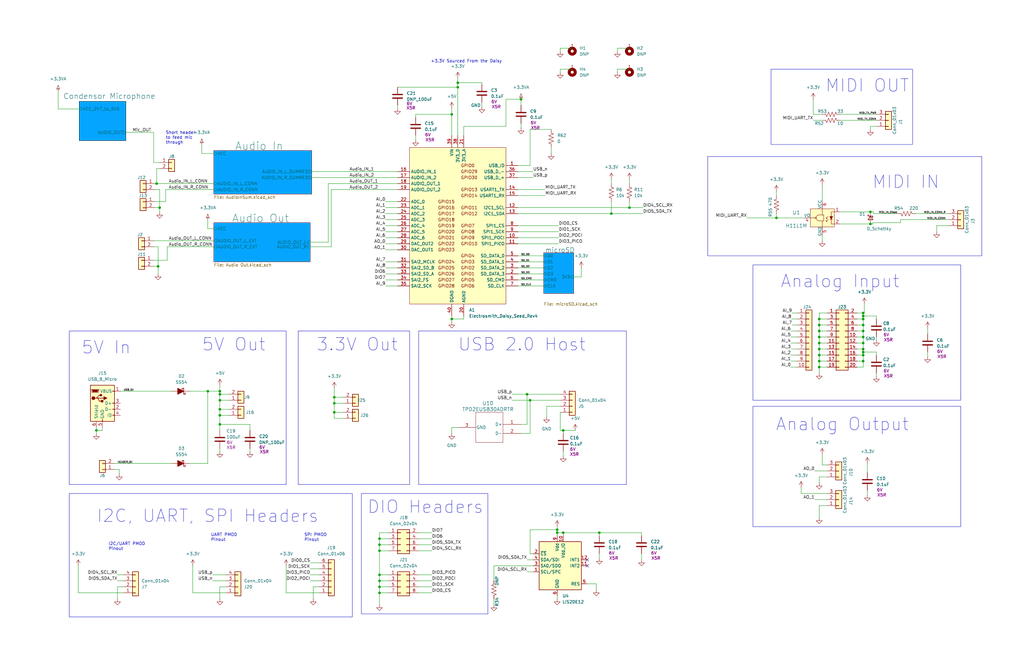
<source format=kicad_sch>
(kicad_sch (version 20230121) (generator eeschema)
  (paper "B")
  (junction (at 190.5 134.62))
  (junction (at 345.44 139.7))
  (junction (at 190.5 48.26))
  (junction (at 193.04 36.83))
  (junction (at 160.02 242.57))
  (junction (at 87.63 165.1))
  (junction (at 363.982 142.24))
  (junction (at 363.982 139.7))
  (junction (at 327.406 91.948))
  (junction (at 363.982 152.4))
  (junction (at 363.982 132.08))
  (junction (at 363.982 133.35))
  (junction (at 265.43 87.63))
  (junction (at 193.04 34.925))
  (junction (at 345.44 149.86))
  (junction (at 160.02 227.33))
  (junction (at 140.97 170.18))
  (junction (at 345.44 142.24))
  (junction (at 345.44 152.4))
  (junction (at 363.982 134.62))
  (junction (at 160.02 229.87))
  (junction (at 92.71 168.91))
  (junction (at 363.982 149.86))
  (junction (at 92.71 172.72))
  (junction (at 234.95 224.79))
  (junction (at 345.44 144.78))
  (junction (at 363.982 137.16))
  (junction (at 92.71 166.37))
  (junction (at 219.71 41.91))
  (junction (at 40.64 181.61))
  (junction (at 234.95 223.52))
  (junction (at 363.982 144.78))
  (junction (at 140.97 167.64))
  (junction (at 345.44 134.62))
  (junction (at 363.982 147.32))
  (junction (at 92.71 179.07))
  (junction (at 67.31 87.63))
  (junction (at 160.02 232.41))
  (junction (at 367.03 89.408))
  (junction (at 252.73 224.79))
  (junction (at 237.49 224.79))
  (junction (at 367.03 94.488))
  (junction (at 92.71 165.1))
  (junction (at 92.71 175.26))
  (junction (at 160.02 250.19))
  (junction (at 140.97 173.99))
  (junction (at 363.982 148.59))
  (junction (at 160.02 245.11))
  (junction (at 345.44 137.16))
  (junction (at 345.44 154.94))
  (junction (at 237.49 181.61))
  (junction (at 223.52 168.91))
  (junction (at 66.04 77.47))
  (junction (at 160.02 247.65))
  (junction (at 345.44 147.32))
  (junction (at 257.81 90.17))
  (junction (at 222.25 166.37))
  (junction (at 66.675 112.395))
  (no_connect (at 247.65 238.76))
  (no_connect (at 247.65 236.22))
  (wire (pts (xy 92.71 175.26) (xy 92.71 179.07)))
  (wire (pts (xy 242.57 181.61) (xy 237.49 181.61)))
  (wire (pts (xy 65.405 80.01) (xy 67.31 80.01)))
  (wire (pts (xy 218.44 113.03) (xy 229.235 113.03)))
  (wire (pts (xy 345.44 213.36) (xy 348.615 213.36)))
  (wire (pts (xy 95.25 247.65) (xy 92.71 247.65)))
  (wire (pts (xy 270.51 226.06) (xy 270.51 224.79)))
  (wire (pts (xy 224.79 238.76) (xy 208.28 238.76)))
  (wire (pts (xy 218.44 95.25) (xy 235.585 95.25)))
  (wire (pts (xy 336.042 139.7) (xy 333.502 139.7)))
  (wire (pts (xy 223.52 69.85) (xy 218.44 69.85)))
  (wire (pts (xy 92.71 190.5) (xy 92.71 189.23)))
  (wire (pts (xy 175.26 57.15) (xy 175.26 59.055)))
  (wire (pts (xy 162.56 110.49) (xy 167.64 110.49)))
  (wire (pts (xy 363.982 137.16) (xy 363.982 134.62)))
  (wire (pts (xy 260.35 20.32) (xy 265.43 20.32)))
  (wire (pts (xy 346.71 191.77) (xy 346.71 196.215)))
  (wire (pts (xy 176.53 224.79) (xy 182.118 224.79)))
  (wire (pts (xy 363.982 144.78) (xy 361.442 144.78)))
  (wire (pts (xy 80.01 165.1) (xy 87.63 165.1)))
  (wire (pts (xy 345.44 144.78) (xy 345.44 147.32)))
  (wire (pts (xy 363.982 152.4) (xy 363.982 149.86)))
  (wire (pts (xy 345.44 142.24) (xy 345.44 144.78)))
  (wire (pts (xy 364.49 132.08) (xy 363.982 132.08)))
  (wire (pts (xy 208.28 238.76) (xy 208.28 245.11)))
  (wire (pts (xy 369.57 157.48) (xy 369.57 158.75)))
  (wire (pts (xy 162.56 102.87) (xy 167.64 102.87)))
  (wire (pts (xy 363.982 152.4) (xy 361.442 152.4)))
  (wire (pts (xy 265.43 75.565) (xy 265.43 77.47)))
  (wire (pts (xy 369.57 134.62) (xy 369.57 133.35)))
  (wire (pts (xy 67.31 71.12) (xy 66.04 71.12)))
  (wire (pts (xy 348.742 132.08) (xy 345.44 132.08)))
  (wire (pts (xy 195.58 133.35) (xy 195.58 134.62)))
  (wire (pts (xy 363.982 142.24) (xy 363.982 139.7)))
  (wire (pts (xy 391.16 148.59) (xy 391.16 150.495)))
  (wire (pts (xy 162.56 90.17) (xy 167.64 90.17)))
  (wire (pts (xy 175.26 48.26) (xy 190.5 48.26)))
  (wire (pts (xy 96.52 175.26) (xy 92.71 175.26)))
  (wire (pts (xy 336.042 132.08) (xy 334.01 132.08)))
  (wire (pts (xy 400.05 90.17) (xy 386.08 90.17)))
  (wire (pts (xy 162.56 105.41) (xy 167.64 105.41)))
  (wire (pts (xy 379.73 93.98) (xy 368.046 93.98)))
  (wire (pts (xy 222.25 241.3) (xy 224.79 241.3)))
  (wire (pts (xy 132.08 247.65) (xy 132.08 252.73)))
  (wire (pts (xy 162.56 87.63) (xy 167.64 87.63)))
  (wire (pts (xy 391.16 138.43) (xy 391.16 140.97)))
  (wire (pts (xy 193.04 34.925) (xy 193.04 36.83)))
  (wire (pts (xy 64.77 101.6) (xy 90.17 101.6)))
  (wire (pts (xy 236.22 21.59) (xy 236.22 20.32)))
  (wire (pts (xy 367.03 89.408) (xy 354.33 89.408)))
  (wire (pts (xy 260.35 21.59) (xy 260.35 20.32)))
  (wire (pts (xy 368.3 89.408) (xy 367.03 89.408)))
  (wire (pts (xy 327.406 91.948) (xy 314.96 91.948)))
  (wire (pts (xy 160.02 227.33) (xy 163.83 227.33)))
  (wire (pts (xy 345.44 134.62) (xy 348.742 134.62)))
  (wire (pts (xy 176.53 247.65) (xy 182.118 247.65)))
  (wire (pts (xy 160.02 255.143) (xy 160.02 250.19)))
  (wire (pts (xy 144.78 176.53) (xy 140.97 176.53)))
  (wire (pts (xy 49.53 245.11) (xy 52.07 245.11)))
  (wire (pts (xy 345.44 218.44) (xy 345.44 213.36)))
  (wire (pts (xy 378.46 90.17) (xy 368.3 90.17)))
  (wire (pts (xy 176.53 242.57) (xy 182.118 242.57)))
  (wire (pts (xy 345.44 147.32) (xy 345.44 149.86)))
  (wire (pts (xy 50.8 165.1) (xy 72.39 165.1)))
  (wire (pts (xy 67.31 87.63) (xy 67.31 89.535)))
  (wire (pts (xy 327.406 90.17) (xy 327.406 91.948)))
  (wire (pts (xy 176.53 229.87) (xy 182.118 229.87)))
  (wire (pts (xy 223.52 54.61) (xy 223.52 69.85)))
  (wire (pts (xy 247.65 246.38) (xy 251.46 246.38)))
  (wire (pts (xy 361.442 139.7) (xy 363.982 139.7)))
  (wire (pts (xy 224.79 74.93) (xy 218.44 74.93)))
  (wire (pts (xy 327.406 80.772) (xy 327.406 82.55)))
  (wire (pts (xy 363.982 149.86) (xy 363.982 148.59)))
  (wire (pts (xy 345.44 142.24) (xy 348.742 142.24)))
  (wire (pts (xy 160.02 245.11) (xy 160.02 247.65)))
  (wire (pts (xy 237.49 226.06) (xy 237.49 224.79)))
  (wire (pts (xy 218.44 80.01) (xy 229.87 80.01)))
  (wire (pts (xy 138.43 102.235) (xy 130.81 102.235)))
  (wire (pts (xy 162.56 120.65) (xy 167.64 120.65)))
  (wire (pts (xy 218.44 115.57) (xy 229.235 115.57)))
  (wire (pts (xy 134.62 242.57) (xy 130.81 242.57)))
  (wire (pts (xy 367.03 94.488) (xy 354.33 94.488)))
  (wire (pts (xy 223.52 168.91) (xy 236.22 168.91)))
  (wire (pts (xy 236.22 20.32) (xy 241.3 20.32)))
  (wire (pts (xy 80.01 195.58) (xy 87.63 195.58)))
  (wire (pts (xy 368.046 93.98) (xy 368.046 94.488)))
  (wire (pts (xy 363.982 148.59) (xy 363.982 147.32)))
  (wire (pts (xy 346.71 101.6) (xy 346.71 99.568)))
  (wire (pts (xy 43.18 180.34) (xy 43.18 181.61)))
  (wire (pts (xy 64.77 55.88) (xy 64.77 68.58)))
  (wire (pts (xy 70.485 109.855) (xy 64.77 109.855)))
  (wire (pts (xy 215.9 168.91) (xy 223.52 168.91)))
  (wire (pts (xy 369.57 53.34) (xy 367.03 53.34)))
  (wire (pts (xy 87.63 96.52) (xy 90.17 96.52)))
  (wire (pts (xy 363.982 139.7) (xy 363.982 137.16)))
  (wire (pts (xy 193.04 36.83) (xy 193.04 57.15)))
  (wire (pts (xy 219.71 41.91) (xy 219.71 44.45)))
  (wire (pts (xy 237.49 224.79) (xy 252.73 224.79)))
  (wire (pts (xy 144.78 170.18) (xy 140.97 170.18)))
  (wire (pts (xy 260.35 29.21) (xy 265.43 29.21)))
  (wire (pts (xy 160.02 229.87) (xy 163.83 229.87)))
  (wire (pts (xy 140.97 163.83) (xy 140.97 167.64)))
  (wire (pts (xy 365.76 195.58) (xy 365.76 199.39)))
  (wire (pts (xy 345.44 134.62) (xy 345.44 137.16)))
  (wire (pts (xy 203.2 43.18) (xy 203.2 45.085)))
  (wire (pts (xy 219.71 182.88) (xy 223.52 182.88)))
  (wire (pts (xy 96.52 168.91) (xy 92.71 168.91)))
  (wire (pts (xy 131.445 72.39) (xy 167.64 72.39)))
  (wire (pts (xy 40.64 182.88) (xy 40.64 181.61)))
  (wire (pts (xy 160.02 232.41) (xy 160.02 242.57)))
  (wire (pts (xy 92.71 175.26) (xy 92.71 172.72)))
  (wire (pts (xy 234.95 222.25) (xy 234.95 223.52)))
  (wire (pts (xy 160.02 247.65) (xy 163.83 247.65)))
  (wire (pts (xy 139.7 80.01) (xy 167.64 80.01)))
  (wire (pts (xy 361.442 134.62) (xy 363.982 134.62)))
  (wire (pts (xy 85.09 64.77) (xy 90.17 64.77)))
  (wire (pts (xy 134.62 237.49) (xy 130.81 237.49)))
  (wire (pts (xy 33.02 250.19) (xy 52.07 250.19)))
  (wire (pts (xy 237.49 190.5) (xy 237.49 192.405)))
  (wire (pts (xy 139.7 104.14) (xy 130.81 104.14)))
  (wire (pts (xy 190.5 180.34) (xy 190.5 182.88)))
  (wire (pts (xy 218.44 72.39) (xy 224.79 72.39)))
  (wire (pts (xy 234.95 224.79) (xy 234.95 226.06)))
  (wire (pts (xy 162.56 95.25) (xy 167.64 95.25)))
  (wire (pts (xy 241.935 116.84) (xy 245.11 116.84)))
  (wire (pts (xy 345.44 149.86) (xy 345.44 152.4)))
  (wire (pts (xy 160.02 229.87) (xy 160.02 232.41)))
  (wire (pts (xy 236.22 181.61) (xy 236.22 173.99)))
  (wire (pts (xy 222.25 179.07) (xy 222.25 166.37)))
  (wire (pts (xy 343.535 198.755) (xy 348.615 198.755)))
  (wire (pts (xy 345.44 152.4) (xy 348.742 152.4)))
  (wire (pts (xy 195.58 53.34) (xy 195.58 57.15)))
  (wire (pts (xy 363.982 144.78) (xy 363.982 142.24)))
  (wire (pts (xy 195.58 134.62) (xy 190.5 134.62)))
  (wire (pts (xy 339.09 91.948) (xy 327.406 91.948)))
  (wire (pts (xy 251.46 246.38) (xy 251.46 248.92)))
  (wire (pts (xy 363.982 154.94) (xy 363.982 152.4)))
  (wire (pts (xy 394.97 95.25) (xy 394.97 97.79)))
  (wire (pts (xy 67.31 87.63) (xy 65.405 87.63)))
  (wire (pts (xy 361.442 137.16) (xy 363.982 137.16)))
  (wire (pts (xy 379.73 92.71) (xy 379.73 93.98)))
  (wire (pts (xy 336.042 144.78) (xy 333.502 144.78)))
  (wire (pts (xy 162.56 85.09) (xy 167.64 85.09)))
  (wire (pts (xy 176.53 250.19) (xy 182.118 250.19)))
  (wire (pts (xy 345.44 139.7) (xy 348.742 139.7)))
  (wire (pts (xy 66.04 71.12) (xy 66.04 77.47)))
  (wire (pts (xy 365.76 207.01) (xy 365.76 208.915)))
  (wire (pts (xy 218.44 107.95) (xy 229.235 107.95)))
  (wire (pts (xy 92.71 179.07) (xy 92.71 181.61)))
  (wire (pts (xy 337.82 205.74) (xy 337.82 208.28)))
  (wire (pts (xy 190.5 134.62) (xy 190.5 135.89)))
  (wire (pts (xy 69.85 85.09) (xy 69.85 80.01)))
  (wire (pts (xy 257.81 75.565) (xy 257.81 77.47)))
  (wire (pts (xy 363.982 134.62) (xy 363.982 133.35)))
  (wire (pts (xy 92.71 247.65) (xy 92.71 252.73)))
  (wire (pts (xy 213.36 41.91) (xy 213.36 53.34)))
  (wire (pts (xy 92.71 168.91) (xy 92.71 172.72)))
  (wire (pts (xy 337.82 208.28) (xy 348.615 208.28)))
  (wire (pts (xy 138.43 77.47) (xy 167.64 77.47)))
  (wire (pts (xy 96.52 166.37) (xy 92.71 166.37)))
  (wire (pts (xy 252.73 226.06) (xy 252.73 224.79)))
  (wire (pts (xy 120.65 250.19) (xy 134.62 250.19)))
  (wire (pts (xy 49.53 247.65) (xy 49.53 252.73)))
  (wire (pts (xy 92.71 162.56) (xy 92.71 165.1)))
  (wire (pts (xy 49.53 242.57) (xy 52.07 242.57)))
  (wire (pts (xy 160.02 247.65) (xy 160.02 250.19)))
  (wire (pts (xy 81.28 250.19) (xy 95.25 250.19)))
  (wire (pts (xy 346.71 196.215) (xy 348.615 196.215)))
  (wire (pts (xy 236.22 29.21) (xy 241.3 29.21)))
  (wire (pts (xy 160.02 224.79) (xy 160.02 227.33)))
  (wire (pts (xy 66.675 115.57) (xy 66.675 112.395)))
  (wire (pts (xy 66.675 112.395) (xy 64.77 112.395)))
  (wire (pts (xy 40.64 181.61) (xy 40.64 180.34)))
  (wire (pts (xy 134.62 245.11) (xy 130.81 245.11)))
  (wire (pts (xy 105.41 190.5) (xy 105.41 189.23)))
  (wire (pts (xy 363.982 132.08) (xy 361.442 132.08)))
  (wire (pts (xy 87.63 165.1) (xy 87.63 195.58)))
  (wire (pts (xy 218.44 120.65) (xy 229.235 120.65)))
  (wire (pts (xy 363.982 147.32) (xy 363.982 144.78)))
  (wire (pts (xy 222.25 166.37) (xy 236.22 166.37)))
  (wire (pts (xy 140.97 167.64) (xy 140.97 170.18)))
  (wire (pts (xy 215.9 166.37) (xy 222.25 166.37)))
  (wire (pts (xy 234.95 252.73) (xy 234.95 251.46)))
  (wire (pts (xy 219.71 179.07) (xy 222.25 179.07)))
  (wire (pts (xy 218.44 100.33) (xy 235.585 100.33)))
  (wire (pts (xy 190.5 48.26) (xy 190.5 57.15)))
  (wire (pts (xy 160.02 250.19) (xy 163.83 250.19)))
  (wire (pts (xy 336.042 142.24) (xy 333.502 142.24)))
  (wire (pts (xy 208.28 252.73) (xy 208.28 255.27)))
  (wire (pts (xy 336.042 149.86) (xy 333.502 149.86)))
  (wire (pts (xy 363.982 147.32) (xy 361.442 147.32)))
  (wire (pts (xy 342.9 41.91) (xy 342.9 48.26)))
  (wire (pts (xy 343.535 210.82) (xy 348.615 210.82)))
  (wire (pts (xy 345.44 201.295) (xy 348.615 201.295)))
  (wire (pts (xy 237.49 224.79) (xy 234.95 224.79)))
  (wire (pts (xy 24.511 45.974) (xy 24.511 38.354)))
  (wire (pts (xy 139.7 80.01) (xy 139.7 104.14)))
  (wire (pts (xy 92.71 165.1) (xy 92.71 166.37)))
  (wire (pts (xy 96.52 172.72) (xy 92.71 172.72)))
  (wire (pts (xy 232.41 62.23) (xy 232.41 64.77)))
  (wire (pts (xy 65.405 85.09) (xy 69.85 85.09)))
  (wire (pts (xy 144.78 173.99) (xy 140.97 173.99)))
  (wire (pts (xy 160.02 242.57) (xy 163.83 242.57)))
  (wire (pts (xy 336.042 147.32) (xy 333.502 147.32)))
  (wire (pts (xy 336.042 154.94) (xy 333.502 154.94)))
  (wire (pts (xy 66.04 77.47) (xy 90.17 77.47)))
  (wire (pts (xy 369.57 149.86) (xy 369.57 148.59)))
  (wire (pts (xy 361.442 142.24) (xy 363.982 142.24)))
  (wire (pts (xy 223.52 233.68) (xy 223.52 223.52)))
  (wire (pts (xy 252.73 224.79) (xy 270.51 224.79)))
  (wire (pts (xy 336.042 137.16) (xy 334.01 137.16)))
  (wire (pts (xy 260.35 30.48) (xy 260.35 29.21)))
  (wire (pts (xy 43.18 181.61) (xy 40.64 181.61)))
  (wire (pts (xy 218.44 97.79) (xy 235.585 97.79)))
  (wire (pts (xy 219.71 52.07) (xy 219.71 53.975)))
  (wire (pts (xy 232.41 54.61) (xy 223.52 54.61)))
  (wire (pts (xy 162.56 118.11) (xy 167.64 118.11)))
  (wire (pts (xy 64.77 104.14) (xy 66.675 104.14)))
  (wire (pts (xy 131.445 74.93) (xy 167.64 74.93)))
  (wire (pts (xy 369.57 148.59) (xy 363.982 148.59)))
  (wire (pts (xy 167.64 45.72) (xy 167.64 44.45)))
  (wire (pts (xy 87.63 92.71) (xy 87.63 96.52)))
  (wire (pts (xy 160.02 245.11) (xy 163.83 245.11)))
  (wire (pts (xy 167.64 36.83) (xy 193.04 36.83)))
  (wire (pts (xy 224.79 233.68) (xy 223.52 233.68)))
  (wire (pts (xy 270.51 233.68) (xy 270.51 236.22)))
  (wire (pts (xy 33.401 45.974) (xy 24.511 45.974)))
  (wire (pts (xy 265.43 85.09) (xy 265.43 87.63)))
  (wire (pts (xy 222.25 236.22) (xy 224.79 236.22)))
  (wire (pts (xy 345.44 147.32) (xy 348.742 147.32)))
  (wire (pts (xy 223.52 182.88) (xy 223.52 168.91)))
  (wire (pts (xy 140.97 170.18) (xy 140.97 173.99)))
  (wire (pts (xy 48.26 195.58) (xy 72.39 195.58)))
  (wire (pts (xy 176.53 232.41) (xy 182.118 232.41)))
  (wire (pts (xy 105.41 181.61) (xy 105.41 179.07)))
  (wire (pts (xy 162.56 113.03) (xy 167.64 113.03)))
  (wire (pts (xy 218.44 118.11) (xy 229.235 118.11)))
  (wire (pts (xy 48.26 198.12) (xy 50.292 198.12)))
  (wire (pts (xy 160.02 224.79) (xy 163.83 224.79)))
  (wire (pts (xy 65.405 77.47) (xy 66.04 77.47)))
  (wire (pts (xy 162.56 92.71) (xy 167.64 92.71)))
  (wire (pts (xy 90.17 80.01) (xy 69.85 80.01)))
  (wire (pts (xy 369.57 48.26) (xy 354.33 48.26)))
  (wire (pts (xy 345.44 132.08) (xy 345.44 134.62)))
  (wire (pts (xy 237.49 181.61) (xy 236.22 181.61)))
  (wire (pts (xy 85.09 60.96) (xy 85.09 64.77)))
  (wire (pts (xy 203.2 34.925) (xy 193.04 34.925)))
  (wire (pts (xy 252.73 233.68) (xy 252.73 235.585)))
  (wire (pts (xy 87.63 165.1) (xy 92.71 165.1)))
  (wire (pts (xy 345.44 154.94) (xy 348.742 154.94)))
  (wire (pts (xy 176.53 227.33) (xy 182.118 227.33)))
  (wire (pts (xy 66.675 104.14) (xy 66.675 112.395)))
  (wire (pts (xy 345.44 157.48) (xy 345.44 154.94)))
  (wire (pts (xy 190.5 133.35) (xy 190.5 134.62)))
  (wire (pts (xy 364.49 132.08) (xy 364.49 128.27)))
  (wire (pts (xy 144.78 167.64) (xy 140.97 167.64)))
  (wire (pts (xy 237.49 181.61) (xy 237.49 182.88)))
  (wire (pts (xy 218.44 110.49) (xy 229.235 110.49)))
  (wire (pts (xy 140.97 176.53) (xy 140.97 173.99)))
  (wire (pts (xy 176.53 245.11) (xy 182.118 245.11)))
  (wire (pts (xy 363.982 149.86) (xy 361.442 149.86)))
  (wire (pts (xy 95.25 242.57) (xy 89.662 242.57)))
  (wire (pts (xy 346.71 50.8) (xy 342.9 50.8)))
  (wire (pts (xy 33.02 238.76) (xy 33.02 250.19)))
  (wire (pts (xy 346.71 77.978) (xy 346.71 84.328)))
  (wire (pts (xy 213.36 53.34) (xy 195.58 53.34)))
  (wire (pts (xy 223.52 223.52) (xy 234.95 223.52)))
  (wire (pts (xy 336.042 152.4) (xy 333.502 152.4)))
  (wire (pts (xy 160.02 227.33) (xy 160.02 229.87)))
  (wire (pts (xy 162.56 115.57) (xy 167.64 115.57)))
  (wire (pts (xy 218.44 82.55) (xy 229.87 82.55)))
  (wire (pts (xy 345.44 152.4) (xy 345.44 154.94)))
  (wire (pts (xy 50.292 198.12) (xy 50.292 200.025)))
  (wire (pts (xy 203.2 35.56) (xy 203.2 34.925)))
  (wire (pts (xy 175.26 48.26) (xy 175.26 49.53)))
  (wire (pts (xy 70.485 104.14) (xy 90.17 104.14)))
  (wire (pts (xy 234.95 223.52) (xy 234.95 224.79)))
  (wire (pts (xy 236.22 30.48) (xy 236.22 29.21)))
  (wire (pts (xy 230.505 171.45) (xy 236.22 171.45)))
  (wire (pts (xy 162.56 97.79) (xy 167.64 97.79)))
  (wire (pts (xy 70.485 104.14) (xy 70.485 109.855)))
  (wire (pts (xy 138.43 77.47) (xy 138.43 102.235)))
  (wire (pts (xy 193.04 180.34) (xy 190.5 180.34)))
  (wire (pts (xy 367.03 53.34) (xy 367.03 54.61)))
  (wire (pts (xy 193.04 33.02) (xy 193.04 34.925)))
  (wire (pts (xy 369.57 50.8) (xy 354.33 50.8)))
  (wire (pts (xy 134.62 240.03) (xy 130.81 240.03)))
  (wire (pts (xy 245.11 113.03) (xy 245.11 116.84)))
  (wire (pts (xy 92.71 166.37) (xy 92.71 168.91)))
  (wire (pts (xy 105.41 179.07) (xy 92.71 179.07)))
  (wire (pts (xy 400.05 95.25) (xy 394.97 95.25)))
  (wire (pts (xy 218.44 90.17) (xy 257.81 90.17)))
  (wire (pts (xy 345.44 203.835) (xy 345.44 201.295)))
  (wire (pts (xy 230.505 171.45) (xy 230.505 175.895)))
  (wire (pts (xy 345.44 149.86) (xy 348.742 149.86)))
  (wire (pts (xy 53.086 55.88) (xy 64.77 55.88)))
  (wire (pts (xy 120.65 238.76) (xy 120.65 250.19)))
  (wire (pts (xy 67.31 80.01) (xy 67.31 87.63)))
  (wire (pts (xy 369.57 133.35) (xy 363.982 133.35)))
  (wire (pts (xy 336.042 134.62) (xy 333.756 134.62)))
  (wire (pts (xy 271.145 87.63) (xy 265.43 87.63)))
  (wire (pts (xy 160.02 242.57) (xy 160.02 245.11)))
  (wire (pts (xy 348.742 137.16) (xy 345.44 137.16)))
  (wire (pts (xy 160.02 232.41) (xy 163.83 232.41)))
  (wire (pts (xy 162.56 100.33) (xy 167.64 100.33)))
  (wire (pts (xy 342.9 48.26) (xy 346.71 48.26)))
  (wire (pts (xy 345.44 137.16) (xy 345.44 139.7)))
  (wire (pts (xy 271.145 90.17) (xy 257.81 90.17)))
  (wire (pts (xy 345.44 139.7) (xy 345.44 142.24)))
  (wire (pts (xy 368.3 90.17) (xy 368.3 89.408)))
  (wire (pts (xy 345.44 144.78) (xy 348.742 144.78)))
  (wire (pts (xy 257.81 85.09) (xy 257.81 90.17)))
  (wire (pts (xy 218.44 102.87) (xy 235.585 102.87)))
  (wire (pts (xy 190.5 45.72) (xy 190.5 48.26)))
  (wire (pts (xy 400.05 92.71) (xy 379.73 92.71)))
  (wire (pts (xy 64.77 68.58) (xy 67.31 68.58)))
  (wire (pts (xy 361.442 154.94) (xy 363.982 154.94)))
  (wire (pts (xy 134.62 247.65) (xy 132.08 247.65)))
  (wire (pts (xy 52.07 247.65) (xy 49.53 247.65)))
  (wire (pts (xy 368.046 94.488) (xy 367.03 94.488)))
  (wire (pts (xy 363.982 133.35) (xy 363.982 132.08)))
  (wire (pts (xy 369.57 142.24) (xy 369.57 143.51)))
  (wire (pts (xy 95.25 245.11) (xy 89.662 245.11)))
  (wire (pts (xy 218.44 87.63) (xy 265.43 87.63)))
  (wire (pts (xy 219.71 41.91) (xy 213.36 41.91)))
  (wire (pts (xy 81.28 238.76) (xy 81.28 250.19)))
  (rectangle (start 29.21 139.7) (end 120.65 204.47))
  (rectangle (start 298.45 66.04) (end 414.02 107.95))
  (rectangle (start 29.21 208.28) (end 148.59 260.35))
  (rectangle (start 317.5 171.45) (end 405.13 222.25))
  (rectangle (start 317.5 111.76) (end 405.13 168.91))
  (rectangle (start 125.73 139.7) (end 172.72 204.47))
  (rectangle (start 152.4 208.28) (end 205.74 259.08))
  (rectangle (start 325.12 29.21) (end 384.81 60.96))
  (rectangle (start 176.53 139.7) (end 264.16 204.47))
  (text "5V Out" (at 85.09 148.59 0) (effects (font (size 5.27 5.27)) (justify left bottom)))
  (text "MIDI IN" (at 396.24 80.01 0) (effects (font (size 5.27 5.27)) (justify right bottom)))
  (text "+3.3V Sourced From the Daisy" (at 181.61 26.67 0) (effects (font (size 1.27 1.27)) (justify left bottom)))
  (text "Nice Looking LEDs\nAdjust audio input gain" (at 247.396 -25.146 0) (effects (font (size 5.27 5.27)) (justify left bottom)))
  (text "USB 2.0 Host" (at 193.04 148.59 0) (effects (font (size 5.27 5.27)) (justify left bottom)))
  (text "SPI PMOD\nPinout" (at 128.27 228.6 0) (effects (font (size 1.27 1.27)) (justify left bottom)))
  (text "Analog Input" (at 329.057 121.92 0) (effects (font (size 5.27 5.27)) (justify left bottom)))
  (text "3.3V Out" (at 133.35 148.59 0) (effects (font (size 5.27 5.27)) (justify left bottom)))
  (text "5V In" (at 34.29 149.86 0) (effects (font (size 5.27 5.27)) (justify left bottom)))
  (text "UART PMOD\nPinout" (at 88.9 228.6 0) (effects (font (size 1.27 1.27)) (justify left bottom)))
  (text "I2C/UART PMOD\nPinout" (at 45.72 232.41 0) (effects (font (size 1.27 1.27)) (justify left bottom)))
  (text "I2C, UART, SPI Headers" (at 40.64 220.98 0) (effects (font (size 5.27 5.27)) (justify left bottom)))
  (text "Short header\nto feed mic\nthrough" (at 69.85 60.96 0) (effects (font (size 1.27 1.27)) (justify left bottom)))
  (text "Analog Output" (at 327.025 182.245 0) (effects (font (size 5.27 5.27)) (justify left bottom)))
  (text "DIO Headers" (at 154.813 217.17 0) (effects (font (size 5.27 5.27)) (justify left bottom)))
  (text "MIDI OUT" (at 383.54 39.37 0) (effects (font (size 5.27 5.27)) (justify right bottom)))
  (label "SD_CLK" (at 219.71 120.65 0) (effects (font (size 0.75 0.75))))
  (label "AO_1" (at 162.56 105.41 180))
  (label "DIO2_POCI" (at 130.81 245.11 180))
  (label "MIDI_UART_TX" (at 342.9 50.8 180))
  (label "DIO0_CS" (at 182.118 250.19 0))
  (label "DIO4_SCL_RX" (at 271.145 87.63 0))
  (label "DIO3_PICO" (at 130.81 242.57 180))
  (label "AI_3" (at 333.502 147.32 180))
  (label "Audio_OUT_1" (at 147.32 77.47 0))
  (label "Audio_IN_2" (at 147.32 74.93 0))
  (label "AI_0" (at 333.502 154.94 180))
  (label "AI_9" (at 162.56 120.65 180))
  (label "DIO6" (at 162.56 115.57 180))
  (label "MIDI_UART_RX" (at 314.96 91.948 180))
  (label "MIDI_TX_CONN" (at 369.57 50.8 180) (effects (font (size 0.75 0.75))))
  (label "MIDI_TX_PWR" (at 369.57 48.26 180) (effects (font (size 0.75 0.75))))
  (label "AO_1" (at 343.535 210.82 180))
  (label "DIO5_SDA_TX" (at 49.53 245.11 180))
  (label "DIO1_SCK" (at 130.81 240.03 180))
  (label "DIO0_CS" (at 130.81 237.49 180))
  (label "AI_4" (at 162.56 95.25 180))
  (label "AO_0" (at 343.535 198.755 180))
  (label "DIO4_SCL_RX" (at 222.25 241.3 180))
  (label "DIO3_PICO" (at 235.585 102.87 0))
  (label "AI_5" (at 333.502 142.24 180))
  (label "Mic_OUT" (at 55.88 55.88 0))
  (label "DIO7" (at 182.118 224.79 0))
  (label "AI_2" (at 162.56 90.17 180))
  (label "Audio_IN_R_CONN" (at 71.12 80.01 0))
  (label "DIO5_SDA_TX" (at 271.145 90.17 0))
  (label "AI_6" (at 162.56 100.33 180))
  (label "HEADER_5V" (at 49.53 195.58 0) (effects (font (size 0.75 0.75))))
  (label "Audio_IN_L_CONN" (at 71.12 77.47 0))
  (label "Audio_OUT_2" (at 147.32 80.01 0))
  (label "SD_D2" (at 219.71 113.03 0) (effects (font (size 0.75 0.75))))
  (label "AI_3" (at 162.56 92.71 180))
  (label "AI_9" (at 334.01 132.08 180))
  (label "Audio_OUT_R_CONN" (at 71.12 104.14 0))
  (label "AO_0" (at 162.56 102.87 180))
  (label "AI_4" (at 333.502 144.78 180))
  (label "SD_D0" (at 219.71 107.95 0) (effects (font (size 0.75 0.75))))
  (label "USB_5V" (at 52.07 165.1 0) (effects (font (size 0.75 0.75))))
  (label "USB_n" (at 224.79 72.39 0))
  (label "DIO6" (at 182.118 227.33 0))
  (label "AI_1" (at 162.56 87.63 180))
  (label "DIO4_SCL_RX" (at 49.53 242.57 180))
  (label "SD_D1" (at 219.71 110.49 0) (effects (font (size 0.75 0.75))))
  (label "MIDI_UART_TX" (at 229.87 80.01 0))
  (label "DIO7" (at 162.56 118.11 180))
  (label "DIO1_SCK" (at 182.118 247.65 0))
  (label "Audio_IN_1" (at 147.32 72.39 0))
  (label "MIDI_UART_RX" (at 229.87 82.55 0))
  (label "AI_2" (at 333.502 149.86 180))
  (label "USB_p" (at 224.79 74.93 0))
  (label "USB_p" (at 89.662 242.57 180))
  (label "AI_7" (at 334.01 137.16 180))
  (label "MIDI_IN_CONN" (at 398.78 92.71 180) (effects (font (size 0.75 0.75))))
  (label "USB_p" (at 215.9 166.37 180))
  (label "AI_1" (at 333.502 152.4 180))
  (label "DIO1_SCK" (at 235.585 97.79 0))
  (label "DIO2_POCI" (at 235.585 100.33 0))
  (label "DIO0_CS" (at 235.585 95.25 0))
  (label "MIDI_IN_CONN_R" (at 398.78 90.17 180) (effects (font (size 0.75 0.75))))
  (label "AI_8" (at 162.56 113.03 180))
  (label "DIO2_POCI" (at 182.118 245.11 0))
  (label "SD_CMD" (at 219.71 118.11 0) (effects (font (size 0.75 0.75))))
  (label "Audio_OUT_L_CONN" (at 71.12 101.6 0))
  (label "MIDI_IN_Diode" (at 378.46 90.17 180) (effects (font (size 0.75 0.75))))
  (label "DIO4_SCL_RX" (at 182.118 232.41 0))
  (label "AI_7" (at 162.56 110.49 180))
  (label "USB_n" (at 215.9 168.91 180))
  (label "DIO5_SDA_TX" (at 222.25 236.22 180))
  (label "SD_D3" (at 219.71 115.57 0) (effects (font (size 0.75 0.75))))
  (label "DIO5_SDA_TX" (at 182.118 229.87 0))
  (label "AI_5" (at 162.56 97.79 180))
  (label "USB_n" (at 89.662 245.11 180))
  (label "DIO3_PICO" (at 182.118 242.57 0))
  (label "AI_0" (at 162.56 85.09 180))
  (label "AI_6" (at 333.502 139.7 180))
  (label "AI_8" (at 333.756 134.62 180))
  (symbol (lib_id "Device:R_US") (at 265.43 81.28 0) (unit 1)
    (property "Reference" "R11" (at 267.335 80.01 0) (effects (justify left)))
    (property "Value" "10k" (at 267.335 82.55 0) (effects (justify left)))
    (property "Footprint" "Resistor_SMD:R_0603_1608Metric" (effects hide))
  )
  (symbol (lib_id "power:GND") (at 252.73 235.585 0) (unit 1)
    (property "Reference" "#PWR067" (effects hide))
    (property "Value" "GND" (effects hide))
  )
  (symbol (lib_id "power:GND") (at 260.35 21.59 0) (unit 1)
    (property "Reference" "#PWR0148" (effects hide))
    (property "Value" "GND" (effects hide))
  )
  (symbol (lib_id "Device:C") (at 167.64 40.64 0) (unit 1)
    (property "Reference" "C21" (at 171.45 39.37 0) (effects (justify left)))
    (property "Value" "DNP_100uF" (at 171.45 41.91 0) (effects (justify left)))
    (property "Footprint" "Capacitor_SMD:C_1210_3225Metric" (effects hide))
    (property "Voltage" "6V" (at 172.6589 43.6858 0))
    (property "Type" "X5R" (at 173.2791 45.5462 0))
  )
  (symbol (lib_id "power:GND") (at 236.22 21.59 0) (unit 1)
    (property "Reference" "#PWR0146" (effects hide))
    (property "Value" "GND" (effects hide))
  )
  (symbol (lib_id "4ms_Connector:Conn_01x02") (at 149.86 170.18 0) (mirror x) (unit 1)
    (property "Reference" "J25" (at 152.4 168.91 0))
    (property "Value" "Conn_01x02" (effects hide))
    (property "Footprint" "1x2FemaleVertical:PinHeader_1x02_P2.54mm_VerticalFemale" (effects hide))
    (property "Specifications" "Pins_01x02, Header, Male Pins, 1*2, spacing 2.54mm, straight pin" (effects hide))
    (property "Manufacturer" "TAD" (effects hide))
    (property "Part Number" "RS1-02-G" (effects hide))
  )
  (symbol (lib_id "power:GND") (at 345.44 218.44 0) (mirror y) (unit 1)
    (property "Reference" "#PWR024" (effects hide))
    (property "Value" "GND" (effects hide))
  )
  (symbol (lib_id "Device:C") (at 203.2 39.37 0) (unit 1)
    (property "Reference" "C3" (at 207.01 38.1 0) (effects (justify left)))
    (property "Value" "0.1uF" (at 207.01 40.64 0) (effects (justify left)))
    (property "Footprint" "Capacitor_SMD:C_0603_1608Metric" (effects hide))
    (property "Voltage" "6V" (at 208.4083 42.8809 0))
    (property "Type" "X5R" (at 209.2554 45.0341 0))
  )
  (symbol (lib_id "4ms_Connector:Conn_01x03") (at 374.65 50.8 0) (mirror x) (unit 1)
    (property "Reference" "J1" (at 379.73 51.435 90))
    (property "Value" "Conn_01x03" (at 377.19 50.8 90))
    (property "Footprint" "FemaleHeaders:PinHeader_1x03_P2.54mm_Vertical_Female" (effects hide))
    (property "Specifications" "HEADER 1x3 MALE PINS 0.100” 180deg" (effects hide))
    (property "Manufacturer" "TAD" (effects hide))
    (property "Part Number" "RS1-03-G" (effects hide))
  )
  (symbol (lib_id "power:GND") (at 237.49 192.405 0) (unit 1)
    (property "Reference" "#PWR055" (effects hide))
    (property "Value" "GND" (effects hide))
  )
  (symbol (lib_id "power:GND") (at 92.71 252.73 0) (unit 1)
    (property "Reference" "#PWR044" (effects hide))
    (property "Value" "GND" (effects hide))
  )
  (symbol (lib_id "Device:D_Schottky_Small") (at 367.03 91.948 90) (mirror x) (unit 1)
    (property "Reference" "D1" (at 364.998 90.3605 90) (effects (justify left)))
    (property "Value" "D_Schottky" (at 375.92 96.52 90) (effects (justify left)))
    (property "Footprint" "Diode_SMD:D_SOD-323" (effects hide))
    (property "MnfNumber" "1N5819WS" (effects hide))
  )
  (symbol (lib_id "Connector_Generic:Conn_01x04") (at 57.15 247.65 0) (mirror x) (unit 1)
    (property "Reference" "J7" (at 59.69 247.65 0) (effects (justify left)))
    (property "Value" "Conn_01x04" (at 59.69 245.11 0) (effects (justify left)))
    (property "Footprint" "FemaleHeaders:PinHeader_1x04_P2.54mm_Vertical_Female" (effects hide))
  )
  (symbol (lib_id "4ms_Power-symbol:+3.3VA") (at 87.63 92.71 0) (unit 1)
    (property "Reference" "#PWR0168" (effects hide))
    (property "Value" "+3.3VA" (at 87.63 87.63 0))
  )
  (symbol (lib_id "4ms_Connector:Conn_01x02") (at 43.18 198.12 180) (unit 1)
    (property "Reference" "J6" (at 43.18 200.66 0))
    (property "Value" "Conn_01x02" (effects hide))
    (property "Footprint" "1x2FemaleVertical:PinHeader_1x02_P2.54mm_VerticalFemale" (effects hide))
    (property "Specifications" "Pins_01x02, Header, Male Pins, 1*2, spacing 2.54mm, straight pin" (effects hide))
    (property "Manufacturer" "TAD" (effects hide))
    (property "Part Number" "RS1-02-G" (effects hide))
  )
  (symbol (lib_id "power:+5V") (at 190.5 45.72 0) (unit 1)
    (property "Reference" "#PWR046" (effects hide))
    (property "Value" "+5V" (at 190.5 40.64 0))
  )
  (symbol (lib_id "power:+3.3V") (at 33.02 238.76 0) (unit 1)
    (property "Reference" "#PWR029" (effects hide))
    (property "Value" "+3.3V" (at 33.02 233.68 0))
  )
  (symbol (lib_id "Device:R_US") (at 257.81 81.28 0) (unit 1)
    (property "Reference" "R6" (at 259.715 80.01 0) (effects (justify left)))
    (property "Value" "10k" (at 259.715 82.55 0) (effects (justify left)))
    (property "Footprint" "Resistor_SMD:R_0603_1608Metric" (effects hide))
  )
  (symbol (lib_id "4ms_Connector:Conn_01x03") (at 353.695 198.755 0) (mirror x) (unit 1)
    (property "Reference" "J10" (at 358.775 199.39 90))
    (property "Value" "Conn_01x03" (at 356.235 198.755 90))
    (property "Footprint" "FemaleHeaders:PinHeader_1x03_P2.54mm_Vertical_Female" (effects hide))
    (property "Specifications" "HEADER 1x3 MALE PINS 0.100” 180deg" (effects hide))
    (property "Manufacturer" "TAD" (effects hide))
    (property "Part Number" "RS1-03-G" (effects hide))
  )
  (symbol (lib_id "power:+3.3V") (at 346.71 77.978 0) (mirror y) (unit 1)
    (property "Reference" "#PWR059" (effects hide))
    (property "Value" "+3.3V" (at 346.71 72.898 0))
  )
  (symbol (lib_id "power:+5V") (at 242.57 181.61 0) (unit 1)
    (property "Reference" "#PWR054" (effects hide))
    (property "Value" "+5V" (at 242.57 176.53 0))
  )
  (symbol (lib_id "power:+3.3V") (at 193.04 33.02 0) (unit 1)
    (property "Reference" "#PWR013" (effects hide))
    (property "Value" "+3.3V" (at 193.04 27.94 0))
  )
  (symbol (lib_id "power:GND") (at 394.97 97.79 0) (mirror y) (unit 1)
    (property "Reference" "#PWR057" (effects hide))
    (property "Value" "GND" (effects hide))
  )
  (symbol (lib_name "MountingHole_1") (lib_id "Mechanical:MountingHole") (at 241.3 21.59 0) (unit 1)
    (property "Reference" "H1" (at 244.348 20.32 0) (effects (justify left)))
    (property "Value" "DNP" (at 244.348 22.86 0) (effects (justify left)))
    (property "Footprint" "MountingHole:MountingHole_3.2mm_M3_DIN965_Pad" (effects hide))
  )
  (symbol (lib_id "Device:C") (at 252.73 229.87 0) (unit 1)
    (property "Reference" "C18" (at 256.54 228.6 0) (effects (justify left)))
    (property "Value" "0.1uF" (at 256.54 231.14 0) (effects (justify left)))
    (property "Footprint" "Capacitor_SMD:C_0603_1608Metric" (effects hide))
    (property "Voltage" "6V" (at 257.9383 233.3809 0))
    (property "Type" "X5R" (at 258.7854 235.5341 0))
  )
  (symbol (lib_id "power:GND") (at 132.08 252.73 0) (unit 1)
    (property "Reference" "#PWR036" (effects hide))
    (property "Value" "GND" (effects hide))
  )
  (symbol (lib_id "Device:C") (at 369.57 138.43 0) (unit 1)
    (property "Reference" "C8" (at 372.3481 136.474 0) (effects (justify left)))
    (property "Value" "0.1uF" (at 372.3481 139.014 0) (effects (justify left)))
    (property "Footprint" "Capacitor_SMD:C_0603_1608Metric" (effects hide))
    (property "Voltage" "6V" (at 373.7464 141.2549 0))
    (property "Type" "X5R" (at 374.5935 143.4081 0))
  )
  (symbol (lib_id "power:GND") (at 369.57 143.51 0) (unit 1)
    (property "Reference" "#PWR015" (effects hide))
    (property "Value" "GND" (at 367.03 142.875 0))
  )
  (symbol (lib_id "power:GND") (at 167.64 45.72 0) (unit 1)
    (property "Reference" "#PWR069" (effects hide))
    (property "Value" "GND" (effects hide))
  )
  (symbol (lib_id "4ms_Power-symbol:+3.3VA") (at 85.09 60.96 0) (unit 1)
    (property "Reference" "#PWR0144" (effects hide))
    (property "Value" "+3.3VA" (at 85.09 55.88 0))
  )
  (symbol (lib_id "Device:R_US") (at 208.28 248.92 0) (mirror x) (unit 1)
    (property "Reference" "R34" (at 209.55 254 90))
    (property "Value" "DNP" (at 209.55 245.11 90))
    (property "Footprint" "Resistor_SMD:R_0603_1608Metric" (effects hide))
    (property "Specks" "0402" (effects hide))
  )
  (symbol (lib_id "power:GND") (at 49.53 252.73 0) (unit 1)
    (property "Reference" "#PWR032" (effects hide))
    (property "Value" "GND" (effects hide))
  )
  (symbol (lib_name "MountingHole_2") (lib_id "Mechanical:MountingHole") (at 265.43 21.59 0) (unit 1)
    (property "Reference" "H2" (at 268.478 20.32 0) (effects (justify left)))
    (property "Value" "DNP" (at 268.478 22.86 0) (effects (justify left)))
    (property "Footprint" "MountingHole:MountingHole_3.2mm_M3_DIN965_Pad" (effects hide))
  )
  (symbol (lib_id "Device:R_US") (at 232.41 58.42 0) (unit 1)
    (property "Reference" "R62" (at 234.95 57.15 0) (effects (justify left)))
    (property "Value" "0" (at 234.95 59.69 0) (effects (justify left)))
    (property "Footprint" "Resistor_SMD:R_0603_1608Metric" (effects hide))
  )
  (symbol (lib_id "power:+3.3V") (at 365.76 195.58 0) (unit 1)
    (property "Reference" "#PWR034" (effects hide))
    (property "Value" "+3.3V" (at 365.76 190.5 0))
  )
  (symbol (lib_id "power:GND") (at 190.5 182.88 0) (unit 1)
    (property "Reference" "#PWR073" (effects hide))
    (property "Value" "GND" (at 190.5 187.96 0))
  )
  (symbol (lib_id "power:GND") (at 369.57 158.75 0) (unit 1)
    (property "Reference" "#PWR07" (effects hide))
    (property "Value" "GND" (effects hide))
  )
  (symbol (lib_id "power:GND") (at 260.35 30.48 0) (unit 1)
    (property "Reference" "#PWR0152" (effects hide))
    (property "Value" "GND" (effects hide))
  )
  (symbol (lib_id "4ms_Connector:Conn_02x04") (at 168.91 227.33 0) (unit 1)
    (property "Reference" "J18" (at 170.18 218.44 0))
    (property "Value" "Conn_02x04" (at 170.18 220.98 0))
    (property "Footprint" "FemaleHeaders:PinHeader_2x04_P2.54mm_Vertical_Female" (effects hide))
    (property "Specifications" "HEADER 2x4 MALE PINS 0.100” 180deg" (effects hide))
    (property "Manufacturer" "TAD" (effects hide))
    (property "Part Number" "1-0802FBV0T" (effects hide))
  )
  (symbol (lib_id "power:GND") (at 66.675 115.57 0) (unit 1)
    (property "Reference" "#PWR018" (effects hide))
    (property "Value" "GND" (effects hide))
  )
  (symbol (lib_id "power:+3.3V") (at 342.9 41.91 0) (mirror y) (unit 1)
    (property "Reference" "#PWR056" (effects hide))
    (property "Value" "+3.3V" (at 342.9 36.83 0))
  )
  (symbol (lib_id "2023-10-02_10-27-03:TPD2EUSB30ADRTR") (at 219.71 179.07 0) (mirror y) (unit 1)
    (property "Reference" "U10" (at 205.74 170.18 0) (effects (font (size 1.524 1.524))))
    (property "Value" "TPD2EUSB30ADRTR" (at 205.74 172.72 0) (effects (font (size 1.524 1.524))))
    (property "Footprint" "DRT3" (effects hide))
    (property "Datasheet" "TPD2EUSB30ADRTR" (effects hide))
    (property "MnfNumber" "TPD2EUSB30ADRTR-N" (effects hide))
  )
  (symbol (lib_id "Device:C") (at 219.71 48.26 0) (unit 1)
    (property "Reference" "C9" (at 223.52 46.99 0) (effects (justify left)))
    (property "Value" "0.1uF" (at 223.52 49.53 0) (effects (justify left)))
    (property "Footprint" "Capacitor_SMD:C_0603_1608Metric" (effects hide))
    (property "Voltage" "6V" (at 224.9183 51.7709 0))
    (property "Type" "X5R" (at 225.7654 53.9241 0))
  )
  (symbol (lib_id "dk_Optoisolators-Logic-Output:H11L1M") (at 346.71 91.948 0) (mirror y) (unit 1)
    (property "Reference" "U1" (at 335.788 89.7321 0) (effects (font (size 1.524 1.524))))
    (property "Value" "H11L1M" (at 335.788 95.25 0) (effects (font (size 1.524 1.524))))
    (property "Footprint" "digikey-footprints:DIP-6_W7.62mm" (effects hide))
    (property "Datasheet" "http://www.onsemi.com/pub/Collateral/H11L3M-D.pdf" (effects hide))
    (property "Digi-Key_PN" "H11L1-MQT-ND" (effects hide))
    (property "MPN" "H11L1M" (effects hide))
    (property "Category" "Isolators" (effects hide))
    (property "Family" "Optoisolators - Logic Output" (effects hide))
    (property "DK_Datasheet_Link" "http://www.onsemi.com/pub/Collateral/H11L3M-D.pdf" (effects hide))
    (property "DK_Detail_Page" "/product-detail/en/on-semiconductor/H11L1M/H11L1-MQT-ND/284866" (effects hide))
    (property "Description" "OPTOISO 4.17KV OPN COLL 6DIP" (effects hide))
    (property "Manufacturer" "ON Semiconductor" (effects hide))
    (property "Status" "Active" (effects hide))
    (property "MnfNumber" "H11L1M" (effects hide))
  )
  (symbol (lib_id "Connector_Generic:Conn_01x10") (at 341.122 142.24 0) (unit 1)
    (property "Reference" "J24" (at 338.582 129.54 0) (effects (justify left)))
    (property "Value" "Conn_01x10" (effects hide))
    (property "Footprint" "FemaleHeaders:PinHeader_1x10_P2.54mm_Vertical_Female" (effects hide))
    (property "Part Number" "RS1-10-G" (effects hide))
  )
  (symbol (lib_id "power:+5V") (at 92.71 162.56 0) (unit 1)
    (property "Reference" "#PWR053" (effects hide))
    (property "Value" "+5V" (at 92.71 157.48 0))
  )
  (symbol (lib_id "power:GND") (at 190.5 135.89 0) (unit 1)
    (property "Reference" "#PWR01" (effects hide))
    (property "Value" "GND" (effects hide))
  )
  (symbol (lib_id "power:GND") (at 232.41 64.77 0) (unit 1)
    (property "Reference" "#PWR0156" (effects hide))
    (property "Value" "GND" (effects hide))
  )
  (symbol (lib_id "Device:C") (at 175.26 53.34 0) (unit 1)
    (property "Reference" "C15" (at 179.07 52.07 0) (effects (justify left)))
    (property "Value" "0.1uF" (at 179.07 54.61 0) (effects (justify left)))
    (property "Footprint" "Capacitor_SMD:C_0603_1608Metric" (effects hide))
    (property "Voltage" "6V" (at 180.4683 56.8509 0))
    (property "Type" "X5R" (at 181.3154 59.0041 0))
  )
  (symbol (lib_id "power:GND") (at 230.505 175.895 0) (unit 1)
    (property "Reference" "#PWR072" (effects hide))
    (property "Value" "GND" (at 230.505 180.975 0))
  )
  (symbol (lib_id "MCU_Module:Electrosmith_Daisy_Seed_Rev4") (at 193.04 95.25 0) (unit 1)
    (property "Reference" "A1" (at 197.7741 130.81 0) (effects (justify left)))
    (property "Value" "Electrosmith_Daisy_Seed_Rev4" (at 197.7741 133.35 0) (effects (justify left)))
    (property "Footprint" "DaisySeedThroughHold:Electrosmith_Daisy_Seed" (effects hide))
    (property "Datasheet" "https://static1.squarespace.com/static/58d03fdc1b10e3bf442567b8/t/6227e6236f02fb68d1577146/1646781988478/Daisy_Seed_datasheet_v1.0.3.pdf" (effects hide))
  )
  (symbol (lib_id "4ms_Connector:Conn_01x02") (at 149.86 176.53 0) (mirror x) (unit 1)
    (property "Reference" "J26" (at 153.67 175.26 0))
    (property "Value" "Conn_01x02" (effects hide))
    (property "Footprint" "1x2FemaleVertical:PinHeader_1x02_P2.54mm_VerticalFemale" (effects hide))
    (property "Specifications" "Pins_01x02, Header, Male Pins, 1*2, spacing 2.54mm, straight pin" (effects hide))
    (property "Manufacturer" "TAD" (effects hide))
    (property "Part Number" "RS1-02-G" (effects hide))
  )
  (symbol (lib_id "power:+3.3V") (at 391.16 138.43 0) (unit 1)
    (property "Reference" "#PWR043" (effects hide))
    (property "Value" "+3.3V" (at 391.16 133.35 0))
  )
  (symbol (lib_id "power:GND") (at 367.03 54.61 0) (mirror y) (unit 1)
    (property "Reference" "#PWR045" (effects hide))
    (property "Value" "GND" (effects hide))
  )
  (symbol (lib_id "power:+3.3V") (at 140.97 163.83 0) (unit 1)
    (property "Reference" "#PWR052" (effects hide))
    (property "Value" "+3.3V" (at 140.97 158.75 0))
  )
  (symbol (lib_id "Connector_Generic:Conn_01x04") (at 100.33 247.65 0) (mirror x) (unit 1)
    (property "Reference" "J20" (at 102.87 247.65 0) (effects (justify left)))
    (property "Value" "Conn_01x04" (at 102.87 245.11 0) (effects (justify left)))
    (property "Footprint" "FemaleHeaders:PinHeader_1x04_P2.54mm_Vertical_Female" (effects hide))
    (property "Part Number" "RS1-04-G" (effects hide))
  )
  (symbol (lib_id "Device:R_US") (at 327.406 86.36 0) (mirror x) (unit 1)
    (property "Reference" "R55" (at 324.866 89.662 90))
    (property "Value" "470" (at 324.866 85.09 90))
    (property "Footprint" "Resistor_SMD:R_0603_1608Metric" (effects hide))
    (property "Specks" "0402" (effects hide))
  )
  (symbol (lib_id "4ms_Connector:Conn_01x02") (at 60.325 77.47 0) (mirror y) (unit 1)
    (property "Reference" "J12" (at 59.69 74.93 0))
    (property "Value" "Conn_01x02" (effects hide))
    (property "Footprint" "1x2FemaleVertical:PinHeader_1x02_P2.54mm_VerticalFemale" (effects hide))
    (property "Specifications" "Pins_01x02, Header, Male Pins, 1*2, spacing 2.54mm, straight pin" (effects hide))
    (property "Manufacturer" "TAD" (effects hide))
    (property "Part Number" "RS1-02-G" (effects hide))
  )
  (symbol (lib_id "4ms_Connector:Conn_01x02") (at 59.69 109.855 0) (mirror y) (unit 1)
    (property "Reference" "J11" (at 59.69 107.315 0))
    (property "Value" "Conn_01x02" (effects hide))
    (property "Footprint" "1x2FemaleVertical:PinHeader_1x02_P2.54mm_VerticalFemale" (effects hide))
    (property "Specifications" "Pins_01x02, Header, Male Pins, 1*2, spacing 2.54mm, straight pin" (effects hide))
    (property "Manufacturer" "TAD" (effects hide))
    (property "Part Number" "RS1-02-G" (effects hide))
  )
  (symbol (lib_id "Device:C") (at 270.51 229.87 0) (unit 1)
    (property "Reference" "C22" (at 274.32 228.6 0) (effects (justify left)))
    (property "Value" "0.1uF" (at 274.32 231.14 0) (effects (justify left)))
    (property "Footprint" "Capacitor_SMD:C_0603_1608Metric" (effects hide))
    (property "Voltage" "6V" (at 275.7183 233.3809 0))
    (property "Type" "X5R" (at 276.5654 235.5341 0))
  )
  (symbol (lib_id "power:GND") (at 40.64 182.88 0) (unit 1)
    (property "Reference" "#PWR04" (effects hide))
    (property "Value" "GND" (effects hide))
  )
  (symbol (lib_id "power:+3.3V") (at 120.65 238.76 0) (unit 1)
    (property "Reference" "#PWR035" (effects hide))
    (property "Value" "+3.3V" (at 120.65 233.68 0))
  )
  (symbol (lib_id "4ms_Connector:Conn_01x02") (at 59.69 101.6 0) (mirror y) (unit 1)
    (property "Reference" "J2" (at 59.055 99.06 0))
    (property "Value" "Conn_01x02" (effects hide))
    (property "Footprint" "1x2FemaleVertical:PinHeader_1x02_P2.54mm_VerticalFemale" (effects hide))
    (property "Specifications" "Pins_01x02, Header, Male Pins, 1*2, spacing 2.54mm, straight pin" (effects hide))
    (property "Manufacturer" "TAD" (effects hide))
    (property "Part Number" "RS1-02-G" (effects hide))
  )
  (symbol (lib_id "power:GND") (at 203.2 45.085 0) (unit 1)
    (property "Reference" "#PWR014" (effects hide))
    (property "Value" "GND" (at 200.66 44.45 0))
  )
  (symbol (lib_id "power:GND") (at 345.44 203.835 0) (mirror y) (unit 1)
    (property "Reference" "#PWR040" (effects hide))
    (property "Value" "GND" (effects hide))
  )
  (symbol (lib_id "Sensor_Motion:LIS2DE12") (at 234.95 238.76 0) (unit 1)
    (property "Reference" "U4" (at 237.1441 251.46 0) (effects (justify left)))
    (property "Value" "LIS2DE12" (at 237.1441 254 0) (effects (justify left)))
    (property "Footprint" "Package_LGA:LGA-12_2x2mm_P0.5mm" (effects hide))
    (property "Datasheet" "https://www.st.com/resource/en/datasheet/lis2DE12.pdf" (effects hide))
    (property "MnfNumber" "LIS2DE12TR" (effects hide))
  )
  (symbol (lib_id "power:GND") (at 345.44 157.48 0) (unit 1)
    (property "Reference" "#PWR05" (effects hide))
    (property "Value" "GND" (effects hide))
  )
  (symbol (lib_id "power:GND") (at 391.16 150.495 0) (mirror y) (unit 1)
    (property "Reference" "#PWR022" (effects hide))
    (property "Value" "GND" (effects hide))
  )
  (symbol (lib_name "MountingHole_3") (lib_id "Mechanical:MountingHole") (at 265.43 30.48 0) (unit 1)
    (property "Reference" "H3" (at 268.478 29.21 0) (effects (justify left)))
    (property "Value" "DNP" (at 268.478 31.75 0) (effects (justify left)))
    (property "Footprint" "MountingHole:MountingHole_3.2mm_M3_DIN965_Pad" (effects hide))
  )
  (symbol (lib_id "power:+3.3V") (at 364.49 128.27 0) (unit 1)
    (property "Reference" "#PWR06" (effects hide))
    (property "Value" "+3.3V" (at 364.49 123.19 0))
  )
  (symbol (lib_id "power:GND") (at 234.95 252.73 0) (unit 1)
    (property "Reference" "#PWR062" (effects hide))
    (property "Value" "GND" (effects hide))
  )
  (symbol (lib_id "power:GND") (at 50.292 200.025 0) (unit 1)
    (property "Reference" "#PWR016" (effects hide))
    (property "Value" "GND" (effects hide))
  )
  (symbol (lib_id "4ms_Power-symbol:+3.3VA") (at 24.511 38.354 0) (unit 1)
    (property "Reference" "#PWR0145" (effects hide))
    (property "Value" "+3.3VA" (at 24.511 33.274 0))
  )
  (symbol (lib_id "Mechanical:MountingHole") (at 241.3 30.48 0) (unit 1)
    (property "Reference" "H4" (at 244.348 29.21 0) (effects (justify left)))
    (property "Value" "DNP" (at 244.348 31.75 0) (effects (justify left)))
    (property "Footprint" "MountingHole:MountingHole_3.2mm_M3_DIN965_Pad" (effects hide))
  )
  (symbol (lib_id "power:+3.3V") (at 245.11 113.03 0) (unit 1)
    (property "Reference" "#PWR03" (effects hide))
    (property "Value" "+3.3V" (at 245.11 107.95 0))
  )
  (symbol (lib_id "Device:C") (at 237.49 186.69 0) (unit 1)
    (property "Reference" "C16" (at 240.2552 184.7481 0) (effects (justify left)))
    (property "Value" "0.1uF" (at 240.2552 187.2881 0) (effects (justify left)))
    (property "Footprint" "Capacitor_SMD:C_0603_1608Metric" (effects hide))
    (property "Voltage" "6V" (at 241.5359 189.5728 0))
    (property "Type" "X5R" (at 242.2125 191.6869 0))
  )
  (symbol (lib_id "4ms_Connector:Conn_01x03") (at 405.13 92.71 0) (mirror x) (unit 1)
    (property "Reference" "J3" (at 410.21 93.345 90))
    (property "Value" "Conn_01x03" (at 407.67 92.71 90))
    (property "Footprint" "FemaleHeaders:PinHeader_1x03_P2.54mm_Vertical_Female" (effects hide))
    (property "Specifications" "HEADER 1x3 MALE PINS 0.100” 180deg" (effects hide))
    (property "Manufacturer" "TAD" (effects hide))
    (property "Part Number" "RS1-03-G" (effects hide))
  )
  (symbol (lib_id "power:GND") (at 346.71 101.6 0) (mirror y) (unit 1)
    (property "Reference" "#PWR060" (effects hide))
    (property "Value" "GND" (effects hide))
  )
  (symbol (lib_id "Device:C") (at 391.16 144.78 0) (unit 1)
    (property "Reference" "C6" (at 394.97 143.51 0) (effects (justify left)))
    (property "Value" "0.1uF" (at 394.97 146.05 0) (effects (justify left)))
    (property "Footprint" "Capacitor_SMD:C_0603_1608Metric" (effects hide))
    (property "Voltage" "6V" (at 396.3683 148.2909 0))
    (property "Type" "X5R" (at 397.2154 150.4441 0))
  )
  (symbol (lib_id "power:GND") (at 160.02 255.143 0) (unit 1)
    (property "Reference" "#PWR033" (effects hide))
    (property "Value" "GND" (effects hide))
  )
  (symbol (lib_id "4ms_Connector:Conn_02x04") (at 168.91 245.11 0) (unit 1)
    (property "Reference" "J21" (at 170.18 236.22 0))
    (property "Value" "Conn_02x04" (at 170.18 238.76 0))
    (property "Footprint" "FemaleHeaders:PinHeader_2x04_P2.54mm_Vertical_Female" (effects hide))
    (property "Specifications" "HEADER 2x4 MALE PINS 0.100” 180deg" (effects hide))
    (property "Manufacturer" "TAD" (effects hide))
    (property "Part Number" "1-0802FBV0T" (effects hide))
  )
  (symbol (lib_id "Device:C") (at 92.71 185.42 0) (unit 1)
    (property "Reference" "C19" (at 95.4473 181.8729 0) (effects (justify left)))
    (property "Value" "100uF" (at 95.4473 184.4129 0) (effects (justify left)))
    (property "Footprint" "Capacitor_SMD:C_1210_3225Metric" (effects hide))
    (property "MnfNumber" "CL21F106ZPFNNNE" (effects hide))
    (property "Voltage" "6V" (at 96.8346 186.69 0))
    (property "Type" "X5R" (at 97.4471 188.8133 0))
  )
  (symbol (lib_id "power:+3.3V") (at 265.43 75.565 0) (unit 1)
    (property "Reference" "#PWR020" (effects hide))
    (property "Value" "+3.3V" (at 265.43 70.485 0))
  )
  (symbol (lib_id "4ms_Connector:Conn_01x02") (at 101.6 175.26 0) (mirror x) (unit 1)
    (property "Reference" "J16" (at 105.41 173.99 0))
    (property "Value" "Conn_01x02" (effects hide))
    (property "Footprint" "1x2FemaleVertical:PinHeader_1x02_P2.54mm_VerticalFemale" (effects hide))
    (property "Specifications" "Pins_01x02, Header, Male Pins, 1*2, spacing 2.54mm, straight pin" (effects hide))
    (property "Manufacturer" "TAD" (effects hide))
    (property "Part Number" "RS1-02-G" (effects hide))
  )
  (symbol (lib_id "power:GND") (at 92.71 190.5 0) (unit 1)
    (property "Reference" "#PWR066" (effects hide))
    (property "Value" "GND" (effects hide))
  )
  (symbol (lib_id "Device:R_US") (at 382.27 90.17 90) (mirror x) (unit 1)
    (property "Reference" "R54" (at 378.968 87.884 90))
    (property "Value" "220" (at 385.318 87.884 90))
    (property "Footprint" "Resistor_SMD:R_0603_1608Metric" (effects hide))
    (property "Specks" "0402" (effects hide))
  )
  (symbol (lib_id "Diode_Schottky_AKL:SS54") (at 76.2 165.1 0) (unit 1)
    (property "Reference" "D2" (at 76.5175 158.75 0))
    (property "Value" "SS54" (at 76.5175 161.29 0))
    (property "Footprint" "Diode_SMD_AKL:D_SMC" (effects hide))
    (property "Datasheet" "https://www.laro.com.pl/pdf/ss56.pdf" (effects hide))
    (property "MnfNumber" "SS54FSH" (effects hide))
  )
  (symbol (lib_id "power:+3.3V") (at 257.81 75.565 0) (unit 1)
    (property "Reference" "#PWR019" (effects hide))
    (property "Value" "+3.3V" (at 257.81 70.485 0))
  )
  (symbol (lib_id "power:GND") (at 270.51 236.22 0) (unit 1)
    (property "Reference" "#PWR070" (effects hide))
    (property "Value" "GND" (effects hide))
  )
  (symbol (lib_id "power:GND") (at 175.26 59.055 0) (unit 1)
    (property "Reference" "#PWR017" (effects hide))
    (property "Value" "GND" (effects hide))
  )
  (symbol (lib_id "4ms_Power-symbol:+3.3VA") (at 219.71 41.91 0) (unit 1)
    (property "Reference" "#PWR0167" (effects hide))
    (property "Value" "+3.3VA" (at 219.71 36.83 0))
  )
  (symbol (lib_id "power:GND") (at 67.31 89.535 0) (unit 1)
    (property "Reference" "#PWR023" (effects hide))
    (property "Value" "GND" (effects hide))
  )
  (symbol (lib_id "Device:R_US") (at 350.52 48.26 90) (mirror x) (unit 1)
    (property "Reference" "R53" (at 346.71 46.99 90))
    (property "Value" "33" (at 354.33 46.99 90))
    (property "Footprint" "Resistor_SMD:R_0603_1608Metric" (effects hide))
    (property "Specks" "0402" (effects hide))
  )
  (symbol (lib_id "Device:C") (at 365.76 203.2 0) (unit 1)
    (property "Reference" "C10" (at 369.57 201.93 0) (effects (justify left)))
    (property "Value" "0.1uF" (at 369.57 204.47 0) (effects (justify left)))
    (property "Footprint" "Capacitor_SMD:C_0603_1608Metric" (effects hide))
    (property "Voltage" "6V" (at 370.9683 206.7109 0))
    (property "Type" "X5R" (at 371.8154 208.8641 0))
  )
  (symbol (lib_id "4ms_Connector:Conn_01x02") (at 72.39 68.58 0) (unit 1)
    (property "Reference" "J8" (at 72.39 66.04 0))
    (property "Value" "Conn_01x02" (effects hide))
    (property "Footprint" "1x2FemaleVertical:PinHeader_1x02_P2.54mm_VerticalFemale" (effects hide))
    (property "Specifications" "Pins_01x02, Header, Male Pins, 1*2, spacing 2.54mm, straight pin" (effects hide))
    (property "Manufacturer" "TAD" (effects hide))
    (property "Part Number" "RS1-02-G" (effects hide))
  )
  (symbol (lib_id "Ultralibrarian_modified_symbols:Pins_02x10_P2.54mm_TH") (at 355.092 143.51 0) (unit 1)
    (property "Reference" "J23" (at 355.092 129.54 0))
    (property "Value" "Pins_02x10_P2.54mm_TH" (effects hide))
    (property "Footprint" "2x10FemaleHeader:PinHeader_2x10_P2.54mm_Vertical" (effects hide))
    (property "Specifications" "Header 2x10 Pins, Pitch=2.54mm, Pin Height=3mm, Vertical, TH" (effects hide))
    (property "Part Number" "RS2-20-G" (effects hide))
  )
  (symbol (lib_id "power:+3.3V") (at 327.406 80.772 0) (mirror y) (unit 1)
    (property "Reference" "#PWR061" (effects hide))
    (property "Value" "+3.3V" (at 327.406 75.692 0))
  )
  (symbol (lib_id "power:GND") (at 236.22 30.48 0) (unit 1)
    (property "Reference" "#PWR0153" (effects hide))
    (property "Value" "GND" (effects hide))
  )
  (symbol (lib_id "power:+3.3V") (at 81.28 238.76 0) (unit 1)
    (property "Reference" "#PWR037" (effects hide))
    (property "Value" "+3.3V" (at 81.28 233.68 0))
  )
  (symbol (lib_id "Device:C") (at 105.41 185.42 0) (unit 1)
    (property "Reference" "C20" (at 109.22 184.15 0) (effects (justify left)))
    (property "Value" "DNP_100uF" (at 109.22 186.69 0) (effects (justify left)))
    (property "Footprint" "Capacitor_SMD:C_1210_3225Metric" (effects hide))
    (property "Voltage" "6V" (at 110.5494 188.7257 0))
    (property "Type" "X5R" (at 111.4375 190.6645 0))
  )
  (symbol (lib_id "Device:R_US") (at 350.52 50.8 90) (mirror x) (unit 1)
    (property "Reference" "R52" (at 345.44 52.07 90))
    (property "Value" "10" (at 354.33 52.07 90))
    (property "Footprint" "Resistor_SMD:R_0603_1608Metric" (effects hide))
    (property "Specks" "0402" (effects hide))
  )
  (symbol (lib_id "Connector_Generic:Conn_01x04") (at 241.3 171.45 0) (mirror x) (unit 1)
    (property "Reference" "J5" (at 243.84 171.45 0) (effects (justify left)))
    (property "Value" "Conn_01x04" (at 243.84 168.91 0) (effects (justify left)))
    (property "Footprint" "FemaleHeaders:PinHeader_1x04_P2.54mm_Vertical_Female" (effects hide))
    (property "Part Number" "RS1-04-G" (effects hide))
  )
  (symbol (lib_id "power:GND") (at 219.71 53.975 0) (unit 1)
    (property "Reference" "#PWR021" (effects hide))
    (property "Value" "GND" (effects hide))
  )
  (symbol (lib_id "power:GND") (at 251.46 248.92 0) (unit 1)
    (property "Reference" "#PWR064" (effects hide))
    (property "Value" "GND" (effects hide))
  )
  (symbol (lib_id "power:+3.3V") (at 234.95 222.25 0) (unit 1)
    (property "Reference" "#PWR063" (effects hide))
    (property "Value" "+3.3V" (at 234.95 217.17 0))
  )
  (symbol (lib_id "Diode_Schottky_AKL:SS54") (at 76.2 195.58 0) (unit 1)
    (property "Reference" "D3" (at 76.5175 189.23 0))
    (property "Value" "SS54" (at 76.5175 191.77 0))
    (property "Footprint" "Diode_SMD_AKL:D_SMC" (effects hide))
    (property "Datasheet" "https://www.laro.com.pl/pdf/ss56.pdf" (effects hide))
    (property "MnfNumber" "SS54FSH" (effects hide))
  )
  (symbol (lib_id "power:GND") (at 105.41 190.5 0) (unit 1)
    (property "Reference" "#PWR068" (effects hide))
    (property "Value" "GND" (effects hide))
  )
  (symbol (lib_id "Device:C") (at 369.57 153.67 0) (unit 1)
    (property "Reference" "C2" (at 372.3481 151.714 0) (effects (justify left)))
    (property "Value" "0.1uF" (at 372.3481 154.254 0) (effects (justify left)))
    (property "Footprint" "Capacitor_SMD:C_0603_1608Metric" (effects hide))
    (property "Voltage" "6V" (at 373.7464 156.4949 0))
    (property "Type" "X5R" (at 374.5935 158.6481 0))
  )
  (symbol (lib_id "4ms_Connector:Conn_01x03") (at 353.695 210.82 0) (mirror x) (unit 1)
    (property "Reference" "J14" (at 358.775 211.455 90))
    (property "Value" "Conn_01x03" (at 356.235 210.82 90))
    (property "Footprint" "FemaleHeaders:PinHeader_1x03_P2.54mm_Vertical_Female" (effects hide))
    (property "Specifications" "HEADER 1x3 MALE PINS 0.100” 180deg" (effects hide))
    (property "Manufacturer" "TAD" (effects hide))
    (property "Part Number" "RS1-03-G" (effects hide))
  )
  (symbol (lib_id "power:+3.3V") (at 337.82 205.74 0) (mirror y) (unit 1)
    (property "Reference" "#PWR042" (effects hide))
    (property "Value" "+3.3V" (at 337.82 200.66 0))
  )
  (symbol (lib_id "Connector_Generic:Conn_01x06") (at 139.7 245.11 0) (mirror x) (unit 1)
    (property "Reference" "J19" (at 139.7 231.14 0))
    (property "Value" "Conn_01x06" (at 139.7 233.68 0))
    (property "Footprint" "Ultralibrarian:PinHeader_1x06_P2.54mm_Vertical_Female" (effects hide))
  )
  (symbol (lib_id "Connector:USB_B_Micro") (at 43.18 170.18 0) (unit 1)
    (property "Reference" "J15" (at 43.18 157.48 0))
    (property "Value" "USB_B_Micro" (at 43.18 160.02 0))
    (property "Footprint" "Connector_USB:USB_Micro-B_Molex-105017-0001" (effects hide))
    (property "MnfNumber" "1050170001" (effects hide))
  )
  (symbol (lib_id "4ms_Connector:Conn_01x02") (at 60.325 85.09 0) (mirror y) (unit 1)
    (property "Reference" "J13" (at 60.325 82.55 0))
    (property "Value" "Conn_01x02" (effects hide))
    (property "Footprint" "1x2FemaleVertical:PinHeader_1x02_P2.54mm_VerticalFemale" (effects hide))
    (property "Specifications" "Pins_01x02, Header, Male Pins, 1*2, spacing 2.54mm, straight pin" (effects hide))
    (property "Manufacturer" "TAD" (effects hide))
    (property "Part Number" "RS1-02-G" (effects hide))
  )
  (symbol (lib_id "power:GND") (at 365.76 208.915 0) (unit 1)
    (property "Reference" "#PWR038" (effects hide))
    (property "Value" "GND" (effects hide))
  )
  (symbol (lib_id "power:GND") (at 208.28 255.27 0) (unit 1)
    (property "Reference" "#PWR065" (effects hide))
    (property "Value" "GND" (effects hide))
  )
  (symbol (lib_id "power:+3.3V") (at 346.71 191.77 0) (unit 1)
    (property "Reference" "#PWR030" (effects hide))
    (property "Value" "+3.3V" (at 346.71 186.69 0))
  )
  (symbol (lib_id "4ms_Connector:Conn_01x02") (at 101.6 168.91 0) (mirror x) (unit 1)
    (property "Reference" "J9" (at 104.14 167.64 0))
    (property "Value" "Conn_01x02" (effects hide))
    (property "Footprint" "1x2FemaleVertical:PinHeader_1x02_P2.54mm_VerticalFemale" (effects hide))
    (property "Specifications" "Pins_01x02, Header, Male Pins, 1*2, spacing 2.54mm, straight pin" (effects hide))
    (property "Manufacturer" "TAD" (effects hide))
    (property "Part Number" "RS1-02-G" (effects hide))
  )
  (sheet (at 33.401 42.799) (size 19.685 16.51) (stroke (width 0.1524) (color 0 0 0 1)) (fill (color 5 165 255 1.0000))
    (property "Sheetname" "Condensor Microphone" (at 26.67 41.91 0) (effects (font (size 2.27 2.27)) (justify left bottom)))
    (property "Sheetfile" "Condensor Microphone.kicad_sch" (effects hide))
    (pin "AUDIO_OUT" output (at 53.086 55.88 0))
    (pin "VCC_2V7_to_5V5" input (at 33.401 45.974 180))
  )
  (sheet (at 90.17 63.5) (size 41.275 18.415) (stroke (width 0.1524)) (fill (color 5 165 255 1.0000))
    (property "Sheetname" "Audio In" (at 99.06 63.5 0) (effects (font (size 3.27 3.27)) (justify left bottom)))
    (property "Sheetfile" "AudioInSum.kicad_sch" (at 90.17 82.4996 0) (effects (justify left top)))
    (pin "AUDIO_IN_R_CONN" input (at 90.17 80.01 180))
    (pin "AUDIO_IN_R_SUMMED" output (at 131.445 74.93 0))
    (pin "AUDIO_IN_L_SUMMED" output (at 131.445 72.39 0))
    (pin "AUDIO_IN_L_CONN" input (at 90.17 77.47 180))
    (pin "VCC" input (at 90.17 64.77 180))
  )
  (sheet (at 90.17 93.98) (size 40.64 16.51) (stroke (width 0.1524)) (fill (color 5 165 255 1.0000))
    (property "Sheetname" "Audio Out" (at 97.79 93.98 0) (effects (font (size 3.27 3.27)) (justify left bottom)))
    (property "Sheetfile" "Audio Out.kicad_sch" (at 90.17 111.0746 0) (effects (justify left top)))
    (pin "AUDIO_OUT_R_EXT" output (at 90.17 104.14 180))
    (pin "AUDIO_OUT_L_EXT" output (at 90.17 101.6 180))
    (pin "AUDIO_OUT_R" input (at 130.81 104.14 0))
    (pin "AUDIO_OUT_L" input (at 130.81 102.235 0))
    (pin "VCC" input (at 90.17 96.52 180))
  )
  (sheet (at 229.235 106.68) (size 12.7 17.145) (stroke (width 0.1524)) (fill (color 5 165 255 1.0000))
    (property "Sheetname" "microSD" (at 229.87 106.68 0) (effects (font (size 2 2)) (justify left bottom)))
    (property "Sheetfile" "microSD.kicad_sch" (at 229.235 127.5846 0) (effects (justify left top)))
    (pin "D0" bidirectional (at 229.235 107.95 180))
    (pin "D1" bidirectional (at 229.235 110.49 180))
    (pin "D3" bidirectional (at 229.235 115.57 180))
    (pin "D2" bidirectional (at 229.235 113.03 180))
    (pin "CMD" bidirectional (at 229.235 118.11 180))
    (pin "CLK" bidirectional (at 229.235 120.65 180))
    (pin "3V3" input (at 241.935 116.84 0))
  )
)
</source>
